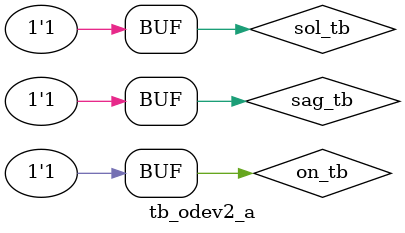
<source format=v>
`timescale 1ns / 1ps



module tb_odev2_a(
);
reg sag_tb,sol_tb,on_tb;
wire yon_solbit_tb,yon_sagbit_tb;

odev2_a connect(
.sag(sag_tb),
.sol(sol_tb),
.on(on_tb),
.yon_solbit(yon_solbit_tb),
.yon_sagbit(yon_sagbit_tb)
);
initial begin
sag_tb=1'b0;sol_tb=1'b0;on_tb=1'b0; #50;
sag_tb=1'b0;sol_tb=1'b0;on_tb=1'b1; #50;
sag_tb=1'b0;sol_tb=1'b1;on_tb=1'b0; #50;
sag_tb=1'b0;sol_tb=1'b1;on_tb=1'b1; #50;
sag_tb=1'b1;sol_tb=1'b0;on_tb=1'b0; #50;
sag_tb=1'b1;sol_tb=1'b0;on_tb=1'b1; #50;
sag_tb=1'b1;sol_tb=1'b1;on_tb=1'b0; #50;
sag_tb=1'b1;sol_tb=1'b1;on_tb=1'b1; #50;


end




endmodule

</source>
